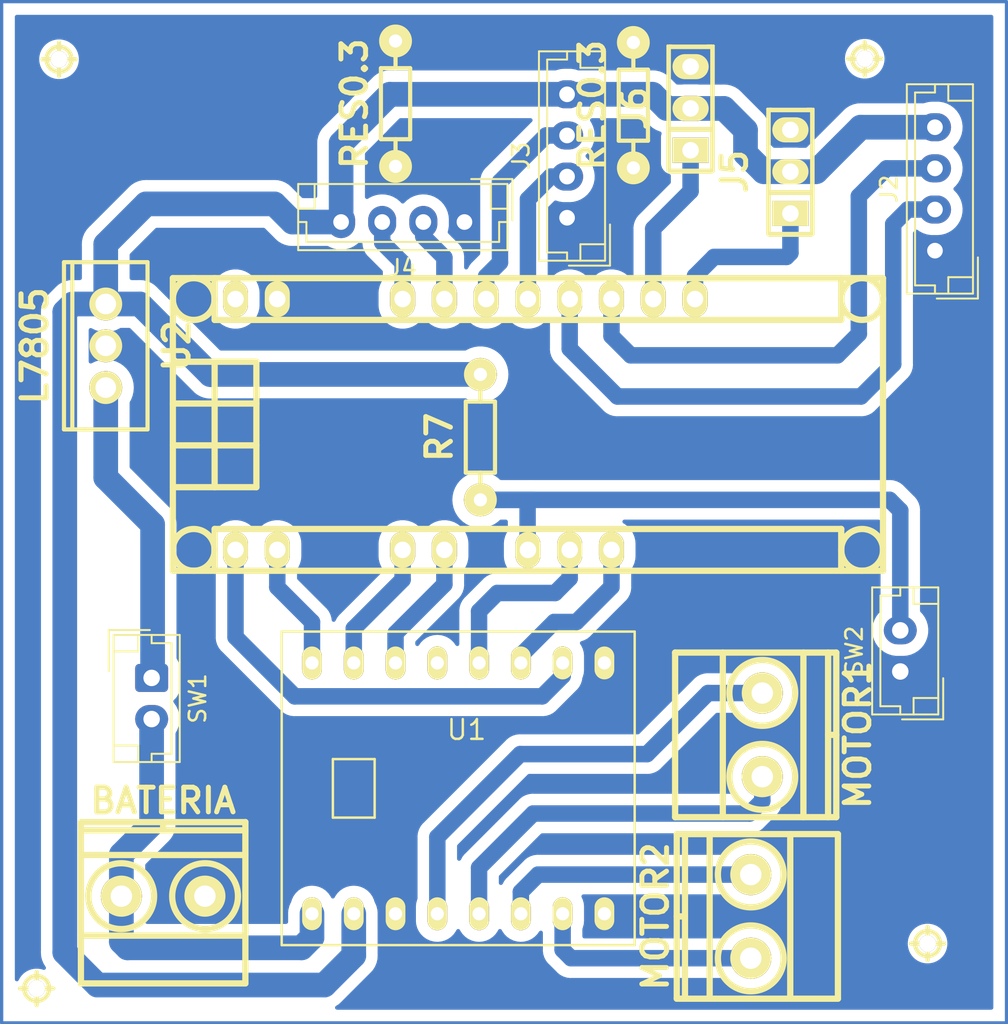
<source format=kicad_pcb>
(kicad_pcb (version 20221018) (generator pcbnew)
  (layers (0 "F.Cu" signal) (31 "B.Cu" signal) (34 "B.Paste" user) (35 "F.Paste" user) (36 "B.SilkS" user "B.Silkscreen") (37 "F.SilkS" user "F.Silkscreen") (38 "B.Mask" user) (39 "F.Mask" user) (44 "Edge.Cuts" user))
  (net 0 "")
  (net 1 "GND")
  (net 2 "+BATT")
  (net 3 "/A3")
  (net 4 "/A2")
  (net 5 "+5V")
  (net 6 "/A5")
  (net 7 "/A4")
  (net 8 "/A0")
  (net 9 "/A1")
  (net 10 "/A7")
  (net 11 "/A6")
  (net 12 "/PWMB")
  (net 13 "/PWMA")
  (net 14 "/AIN1")
  (net 15 "/AIN2")
  (net 16 "/START")
  (net 17 "/BIN1")
  (net 18 "/BIN2")
  (net 19 "VCC")
  (net 20 "/B1")
  (net 21 "/B2")
  (net 22 "/VM")
  (net 24 "/A1T")
  (net 25 "/A2T")
  (footprint "EESTN5:hole_1mm" (layer "F.Cu") (at 82.5 55.07)
    (fp_text reference "H1" hide)
    (fp_text value "Mounting_Hole" hide)
    (fp_line (start -1.016 0) (end 1.016 0) (stroke (width 0.254)) (layer "F.SilkS"))
    (fp_line (start 0 -1.016) (end 0 1.016) (stroke (width 0.254)) (layer "F.SilkS"))
    (fp_circle (center 0 0) (end 0.762 0) (stroke (width 0.254)) (fill none) (layer "F.SilkS"))
    (pad "1" thru_hole circle (at 0 0) (size 1.00076 1.00076) (drill 1.00076) (layers "*.Cu" "F.SilkS"))
  )
  (footprint "EESTN5:TO-220" (layer "F.Cu") (at 85.34 72.48 90)
    (fp_text reference "U2" (at 0 4.318 90) (layer "F.SilkS") (effects (font (size 1.524 1.524) (thickness 0.3048))))
    (fp_text value "L7805" (at 0 -4.318 90) (layer "F.SilkS") (effects (font (size 1.524 1.524) (thickness 0.3048))))
    (fp_line (start -5.08 -2.54) (end -5.08 -1.27) (stroke (width 0.254)) (layer "F.SilkS"))
    (fp_line (start -5.08 -2.032) (end 5.08 -2.032) (stroke (width 0.254)) (layer "F.SilkS"))
    (fp_line (start -5.08 -1.27) (end -5.08 2.54) (stroke (width 0.254)) (layer "F.SilkS"))
    (fp_line (start -5.08 2.54) (end 5.08 2.54) (stroke (width 0.254)) (layer "F.SilkS"))
    (fp_line (start 5.08 -2.54) (end -5.08 -2.54) (stroke (width 0.254)) (layer "F.SilkS"))
    (fp_line (start 5.08 2.54) (end 5.08 -2.54) (stroke (width 0.254)) (layer "F.SilkS"))
    (pad "1" thru_hole circle (at -2.54 0 90) (size 2 2) (drill 1.24968) (layers "*.Cu" "*.Mask" "F.SilkS") (net 22 "/VM"))
    (pad "2" thru_hole circle (at 0 0 90) (size 2 2) (drill 1.24968) (layers "*.Cu" "*.Mask" "F.SilkS") (net 1 "GND"))
    (pad "3" thru_hole circle (at 2.54 0 90) (size 2 2) (drill 1.24968) (layers "*.Cu" "*.Mask" "F.SilkS") (net 5 "+5V"))
  )
  (footprint "Connector_JST:JST_EH_B4B-EH-A_1x04_P2.50mm_Vertical" (layer "F.Cu") (at 113.39 64.7 90)
    (fp_text reference "J3" (at 3.75 -2.8 90) (layer "F.SilkS"))
    (fp_text value "Conn_01x04")
    (fp_line (start -2.91 0.11) (end -2.91 2.61) (stroke (width 0.12)) (layer "F.SilkS"))
    (fp_line (start -2.91 2.61) (end -0.41 2.61) (stroke (width 0.12)) (layer "F.SilkS"))
    (fp_line (start -2.61 -1.71) (end -2.61 2.31) (stroke (width 0.12)) (layer "F.SilkS"))
    (fp_line (start -2.61 0) (end -2.11 0) (stroke (width 0.12)) (layer "F.SilkS"))
    (fp_line (start -2.61 0.81) (end -1.61 0.81) (stroke (width 0.12)) (layer "F.SilkS"))
    (fp_line (start -2.61 2.31) (end 10.11 2.31) (stroke (width 0.12)) (layer "F.SilkS"))
    (fp_line (start -2.11 -1.21) (end 9.61 -1.21) (stroke (width 0.12)) (layer "F.SilkS"))
    (fp_line (start -2.11 0) (end -2.11 -1.21) (stroke (width 0.12)) (layer "F.SilkS"))
    (fp_line (start -1.61 0.81) (end -1.61 2.31) (stroke (width 0.12)) (layer "F.SilkS"))
    (fp_line (start 9.11 0.81) (end 9.11 2.31) (stroke (width 0.12)) (layer "F.SilkS"))
    (fp_line (start 9.61 -1.21) (end 9.61 0) (stroke (width 0.12)) (layer "F.SilkS"))
    (fp_line (start 9.61 0) (end 10.11 0) (stroke (width 0.12)) (layer "F.SilkS"))
    (fp_line (start 10.11 -1.71) (end -2.61 -1.71) (stroke (width 0.12)) (layer "F.SilkS"))
    (fp_line (start 10.11 0.81) (end 9.11 0.81) (stroke (width 0.12)) (layer "F.SilkS"))
    (fp_line (start 10.11 2.31) (end 10.11 -1.71) (stroke (width 0.12)) (layer "F.SilkS"))
    (pad "1" thru_hole roundrect (at 0 0 90) (size 1.7 1.95) (drill 0.95) (layers "*.Cu" "*.Mask") (roundrect_rratio 0.1470588235) (net 1 "GND"))
    (pad "2" thru_hole oval (at 2.5 0 90) (size 1.7 1.95) (drill 0.95) (layers "*.Cu" "*.Mask") (net 7 "/A4"))
    (pad "3" thru_hole oval (at 5 0 90) (size 1.7 1.95) (drill 0.95) (layers "*.Cu" "*.Mask") (net 6 "/A5"))
    (pad "4" thru_hole oval (at 7.5 0 90) (size 1.7 1.95) (drill 0.95) (layers "*.Cu" "*.Mask") (net 5 "+5V"))
  )
  (footprint "EESTN5:Pin_Header_3" (layer "F.Cu") (at 126.97 61.9 90)
    (fp_text reference "J5" (at 0 -3.4 90) (layer "F.SilkS") (effects (font (size 1.5 1.5) (thickness 0.3))))
    (fp_text value "CNY70" hide)
    (fp_line (start -3.81 -1.397) (end 3.81 -1.397) (stroke (width 0.15)) (layer "F.SilkS"))
    (fp_line (start -3.81 1.27) (end -3.81 -1.27) (stroke (width 0.3048)) (layer "F.SilkS"))
    (fp_line (start -1.27 -1.27) (end -1.27 1.27) (stroke (width 0.3048)) (layer "F.SilkS"))
    (fp_line (start 3.683 1.27) (end 3.683 -1.27) (stroke (width 0.15)) (layer "F.SilkS"))
    (fp_line (start 3.81 -1.397) (end 3.81 -1.143) (stroke (width 0.15)) (layer "F.SilkS"))
    (fp_line (start 3.81 -1.27) (end -3.81 -1.27) (stroke (width 0.15)) (layer "F.SilkS"))
    (fp_line (start 3.81 -1.27) (end 3.81 1.27) (stroke (width 0.15)) (layer "F.SilkS"))
    (fp_line (start 3.81 1.016) (end 3.81 1.397) (stroke (width 0.15)) (layer "F.SilkS"))
    (fp_line (start 3.81 1.27) (end -3.81 1.27) (stroke (width 0.15)) (layer "F.SilkS"))
    (fp_line (start 3.81 1.397) (end -3.81 1.397) (stroke (width 0.15)) (layer "F.SilkS"))
    (pad "1" thru_hole rect (at -2.54 0 90) (size 1.524 2.19964) (drill 1.00076) (layers "*.Cu" "*.Mask" "F.SilkS") (net 8 "/A0"))
    (pad "2" thru_hole oval (at 0 0 90) (size 1.524 2.19964) (drill 1.00076) (layers "*.Cu" "*.Mask" "F.SilkS") (net 5 "+5V"))
    (pad "3" thru_hole oval (at 2.54 0 90) (size 1.524 2.19964) (drill 1.00076) (layers "*.Cu" "*.Mask" "F.SilkS") (net 1 "GND"))
  )
  (footprint "Connector_JST:JST_EH_B4B-EH-A_1x04_P2.50mm_Vertical" (layer "F.Cu") (at 107.15 64.96 180)
    (fp_text reference "J4" (at 3.75 -2.8) (layer "F.SilkS"))
    (fp_text value "Conn_01x04")
    (fp_line (start -2.91 0.11) (end -2.91 2.61) (stroke (width 0.12)) (layer "F.SilkS"))
    (fp_line (start -2.91 2.61) (end -0.41 2.61) (stroke (width 0.12)) (layer "F.SilkS"))
    (fp_line (start -2.61 -1.71) (end -2.61 2.31) (stroke (width 0.12)) (layer "F.SilkS"))
    (fp_line (start -2.61 0) (end -2.11 0) (stroke (width 0.12)) (layer "F.SilkS"))
    (fp_line (start -2.61 0.81) (end -1.61 0.81) (stroke (width 0.12)) (layer "F.SilkS"))
    (fp_line (start -2.61 2.31) (end 10.11 2.31) (stroke (width 0.12)) (layer "F.SilkS"))
    (fp_line (start -2.11 -1.21) (end 9.61 -1.21) (stroke (width 0.12)) (layer "F.SilkS"))
    (fp_line (start -2.11 0) (end -2.11 -1.21) (stroke (width 0.12)) (layer "F.SilkS"))
    (fp_line (start -1.61 0.81) (end -1.61 2.31) (stroke (width 0.12)) (layer "F.SilkS"))
    (fp_line (start 9.11 0.81) (end 9.11 2.31) (stroke (width 0.12)) (layer "F.SilkS"))
    (fp_line (start 9.61 -1.21) (end 9.61 0) (stroke (width 0.12)) (layer "F.SilkS"))
    (fp_line (start 9.61 0) (end 10.11 0) (stroke (width 0.12)) (layer "F.SilkS"))
    (fp_line (start 10.11 -1.71) (end -2.61 -1.71) (stroke (width 0.12)) (layer "F.SilkS"))
    (fp_line (start 10.11 0.81) (end 9.11 0.81) (stroke (width 0.12)) (layer "F.SilkS"))
    (fp_line (start 10.11 2.31) (end 10.11 -1.71) (stroke (width 0.12)) (layer "F.SilkS"))
    (pad "1" thru_hole roundrect (at 0 0 180) (size 1.7 1.95) (drill 0.95) (layers "*.Cu" "*.Mask") (roundrect_rratio 0.1470588235) (net 1 "GND"))
    (pad "2" thru_hole oval (at 2.5 0 180) (size 1.7 1.95) (drill 0.95) (layers "*.Cu" "*.Mask") (net 11 "/A6"))
    (pad "3" thru_hole oval (at 5 0 180) (size 1.7 1.95) (drill 0.95) (layers "*.Cu" "*.Mask") (net 10 "/A7"))
    (pad "4" thru_hole oval (at 7.5 0 180) (size 1.7 1.95) (drill 0.95) (layers "*.Cu" "*.Mask") (net 5 "+5V"))
  )
  (footprint "EESTN5:hole_1mm" (layer "F.Cu") (at 135.31 108.8)
    (fp_text reference "H3" hide)
    (fp_text value "Mounting_Hole" hide)
    (fp_line (start -1.016 0) (end 1.016 0) (stroke (width 0.254)) (layer "F.SilkS"))
    (fp_line (start 0 -1.016) (end 0 1.016) (stroke (width 0.254)) (layer "F.SilkS"))
    (fp_circle (center 0 0) (end 0.762 0) (stroke (width 0.254)) (fill none) (layer "F.SilkS"))
    (pad "1" thru_hole circle (at 0 0) (size 1.00076 1.00076) (drill 1.00076) (layers "*.Cu" "F.SilkS"))
  )
  (footprint "EESTN5:BORNERA2" (layer "F.Cu") (at 124.56 107.15 -90)
    (fp_text reference "BORNERA3" hide)
    (fp_text value "MOTOR2" (at 0 5.8 90) (layer "F.SilkS") (effects (font (size 1.5 1.5) (thickness 0.3))))
    (fp_line (start -5 -5.3) (end -5 4.5) (stroke (width 0.381)) (layer "F.SilkS"))
    (fp_line (start -5 -2.4) (end 5 -2.4) (stroke (width 0.381)) (layer "F.SilkS"))
    (fp_line (start -5 2.5) (end 5 2.5) (stroke (width 0.381)) (layer "F.SilkS"))
    (fp_line (start -5 4) (end 5 4) (stroke (width 0.381)) (layer "F.SilkS"))
    (fp_line (start -5 4.5) (end 5 4.5) (stroke (width 0.381)) (layer "F.SilkS"))
    (fp_line (start 0 4) (end 0 4.5) (stroke (width 0.381)) (layer "F.SilkS"))
    (fp_line (start 5 -5.3) (end -5 -5.3) (stroke (width 0.381)) (layer "F.SilkS"))
    (fp_line (start 5 4.5) (end 5 -5.3) (stroke (width 0.381)) (layer "F.SilkS"))
    (fp_circle (center -2.55 0) (end -0.55 0) (stroke (width 0.381)) (fill none) (layer "F.SilkS"))
    (fp_circle (center 2.55 0) (end 0.55 0) (stroke (width 0.381)) (fill none) (layer "F.SilkS"))
    (pad "1" thru_hole circle (at -2.54 0 270) (size 2.5 2.5) (drill 1.3) (layers "*.Cu" "*.Mask" "F.SilkS") (net 20 "/B1"))
    (pad "2" thru_hole circle (at 2.54 0 270) (size 2.5 2.5) (drill 1.3) (layers "*.Cu" "*.Mask" "F.SilkS") (net 21 "/B2"))
  )
  (footprint "EESTN5:RES0.3" (layer "F.Cu") (at 102.96 57.77 90)
    (fp_text reference "RES0.3" (at 0 -2.5 90) (layer "F.SilkS") (effects (font (size 1.5 1.5) (thickness 0.3))))
    (fp_text value "R*" hide)
    (fp_line (start -2.159 -0.889) (end -2.159 0.889) (stroke (width 0.254)) (layer "F.SilkS"))
    (fp_line (start -2.159 0) (end -3.81 0) (stroke (width 0.254)) (layer "F.SilkS"))
    (fp_line (start -2.159 0.889) (end 2.159 0.889) (stroke (width 0.254)) (layer "F.SilkS"))
    (fp_line (start 2.159 -0.889) (end -2.159 -0.889) (stroke (width 0.254)) (layer "F.SilkS"))
    (fp_line (start 2.159 0) (end 3.81 0) (stroke (width 0.254)) (layer "F.SilkS"))
    (fp_line (start 2.159 0.889) (end 2.159 -0.889) (stroke (width 0.254)) (layer "F.SilkS"))
    (pad "1" thru_hole circle (at -3.81 0 90) (size 1.99898 1.99898) (drill 0.8001) (layers "*.Cu" "*.Mask" "F.SilkS") (net 1 "GND"))
    (pad "2" thru_hole circle (at 3.81 0 90) (size 1.99898 1.99898) (drill 0.8001) (layers "*.Cu" "*.Mask" "F.SilkS") (net 1 "GND"))
  )
  (footprint "Connector_JST:JST_EH_B4B-EH-A_1x04_P2.50mm_Vertical" (layer "F.Cu") (at 135.76 66.7 90)
    (fp_text reference "J2" (at 3.75 -2.8 90) (layer "F.SilkS"))
    (fp_text value "Conn_01x04")
    (fp_line (start -2.91 0.11) (end -2.91 2.61) (stroke (width 0.12)) (layer "F.SilkS"))
    (fp_line (start -2.91 2.61) (end -0.41 2.61) (stroke (width 0.12)) (layer "F.SilkS"))
    (fp_line (start -2.61 -1.71) (end -2.61 2.31) (stroke (width 0.12)) (layer "F.SilkS"))
    (fp_line (start -2.61 0) (end -2.11 0) (stroke (width 0.12)) (layer "F.SilkS"))
    (fp_line (start -2.61 0.81) (end -1.61 0.81) (stroke (width 0.12)) (layer "F.SilkS"))
    (fp_line (start -2.61 2.31) (end 10.11 2.31) (stroke (width 0.12)) (layer "F.SilkS"))
    (fp_line (start -2.11 -1.21) (end 9.61 -1.21) (stroke (width 0.12)) (layer "F.SilkS"))
    (fp_line (start -2.11 0) (end -2.11 -1.21) (stroke (width 0.12)) (layer "F.SilkS"))
    (fp_line (start -1.61 0.81) (end -1.61 2.31) (stroke (width 0.12)) (layer "F.SilkS"))
    (fp_line (start 9.11 0.81) (end 9.11 2.31) (stroke (width 0.12)) (layer "F.SilkS"))
    (fp_line (start 9.61 -1.21) (end 9.61 0) (stroke (width 0.12)) (layer "F.SilkS"))
    (fp_line (start 9.61 0) (end 10.11 0) (stroke (width 0.12)) (layer "F.SilkS"))
    (fp_line (start 10.11 -1.71) (end -2.61 -1.71) (stroke (width 0.12)) (layer "F.SilkS"))
    (fp_line (start 10.11 0.81) (end 9.11 0.81) (stroke (width 0.12)) (layer "F.SilkS"))
    (fp_line (start 10.11 2.31) (end 10.11 -1.71) (stroke (width 0.12)) (layer "F.SilkS"))
    (pad "1" thru_hole roundrect (at 0 0 90) (size 1.7 1.95) (drill 0.95) (layers "*.Cu" "*.Mask") (roundrect_rratio 0.1470588235) (net 1 "GND"))
    (pad "2" thru_hole oval (at 2.5 0 90) (size 1.7 1.95) (drill 0.95) (layers "*.Cu" "*.Mask") (net 3 "/A3"))
    (pad "3" thru_hole oval (at 5 0 90) (size 1.7 1.95) (drill 0.95) (layers "*.Cu" "*.Mask") (net 4 "/A2"))
    (pad "4" thru_hole oval (at 7.5 0 90) (size 1.7 1.95) (drill 0.95) (layers "*.Cu" "*.Mask") (net 5 "+5V"))
  )
  (footprint "EESTN5:BORNERA2" (layer "F.Cu") (at 88.83 105.92 180)
    (fp_text reference "BORNERA1" hide)
    (fp_text value "BATERIA" (at 0 5.8) (layer "F.SilkS") (effects (font (size 1.5 1.5) (thickness 0.3))))
    (fp_line (start -5 -5.3) (end -5 4.5) (stroke (width 0.381)) (layer "F.SilkS"))
    (fp_line (start -5 -2.4) (end 5 -2.4) (stroke (width 0.381)) (layer "F.SilkS"))
    (fp_line (start -5 2.5) (end 5 2.5) (stroke (width 0.381)) (layer "F.SilkS"))
    (fp_line (start -5 4) (end 5 4) (stroke (width 0.381)) (layer "F.SilkS"))
    (fp_line (start -5 4.5) (end 5 4.5) (stroke (width 0.381)) (layer "F.SilkS"))
    (fp_line (start 0 4) (end 0 4.5) (stroke (width 0.381)) (layer "F.SilkS"))
    (fp_line (start 5 -5.3) (end -5 -5.3) (stroke (width 0.381)) (layer "F.SilkS"))
    (fp_line (start 5 4.5) (end 5 -5.3) (stroke (width 0.381)) (layer "F.SilkS"))
    (fp_circle (center -2.55 0) (end -0.55 0) (stroke (width 0.381)) (fill none) (layer "F.SilkS"))
    (fp_circle (center 2.55 0) (end 0.55 0) (stroke (width 0.381)) (fill none) (layer "F.SilkS"))
    (pad "1" thru_hole circle (at -2.54 0 180) (size 2.5 2.5) (drill 1.3) (layers "*.Cu" "*.Mask" "F.SilkS") (net 1 "GND"))
    (pad "2" thru_hole circle (at 2.54 0 180) (size 2.5 2.5) (drill 1.3) (layers "*.Cu" "*.Mask" "F.SilkS") (net 2 "+BATT"))
  )
  (footprint "Connector_JST:JST_EH_B2B-EH-A_1x02_P2.50mm_Vertical" (layer "F.Cu") (at 133.65 92.27 90)
    (fp_text reference "SW2" (at 1.25 -2.8 90) (layer "F.SilkS"))
    (fp_text value "START")
    (fp_line (start -2.91 0.11) (end -2.91 2.61) (stroke (width 0.12)) (layer "F.SilkS"))
    (fp_line (start -2.91 2.61) (end -0.41 2.61) (stroke (width 0.12)) (layer "F.SilkS"))
    (fp_line (start -2.61 -1.71) (end -2.61 2.31) (stroke (width 0.12)) (layer "F.SilkS"))
    (fp_line (start -2.61 0) (end -2.11 0) (stroke (width 0.12)) (layer "F.SilkS"))
    (fp_line (start -2.61 0.81) (end -1.61 0.81) (stroke (width 0.12)) (layer "F.SilkS"))
    (fp_line (start -2.61 2.31) (end 5.11 2.31) (stroke (width 0.12)) (layer "F.SilkS"))
    (fp_line (start -2.11 -1.21) (end 4.61 -1.21) (stroke (width 0.12)) (layer "F.SilkS"))
    (fp_line (start -2.11 0) (end -2.11 -1.21) (stroke (width 0.12)) (layer "F.SilkS"))
    (fp_line (start -1.61 0.81) (end -1.61 2.31) (stroke (width 0.12)) (layer "F.SilkS"))
    (fp_line (start 4.11 0.81) (end 4.11 2.31) (stroke (width 0.12)) (layer "F.SilkS"))
    (fp_line (start 4.61 -1.21) (end 4.61 0) (stroke (width 0.12)) (layer "F.SilkS"))
    (fp_line (start 4.61 0) (end 5.11 0) (stroke (width 0.12)) (layer "F.SilkS"))
    (fp_line (start 5.11 -1.71) (end -2.61 -1.71) (stroke (width 0.12)) (layer "F.SilkS"))
    (fp_line (start 5.11 0.81) (end 4.11 0.81) (stroke (width 0.12)) (layer "F.SilkS"))
    (fp_line (start 5.11 2.31) (end 5.11 -1.71) (stroke (width 0.12)) (layer "F.SilkS"))
    (pad "1" thru_hole roundrect (at 0 0 90) (size 1.7 2) (drill 1) (layers "*.Cu" "*.Mask") (roundrect_rratio 0.1470588235) (net 1 "GND"))
    (pad "2" thru_hole oval (at 2.5 0 90) (size 1.7 2) (drill 1) (layers "*.Cu" "*.Mask") (net 16 "/START"))
  )
  (footprint "EESTN5:hole_1mm" (layer "F.Cu") (at 81.14 111.53)
    (fp_text reference "H2" hide)
    (fp_text value "Mounting_Hole" hide)
    (fp_line (start -1.016 0) (end 1.016 0) (stroke (width 0.254)) (layer "F.SilkS"))
    (fp_line (start 0 -1.016) (end 0 1.016) (stroke (width 0.254)) (layer "F.SilkS"))
    (fp_circle (center 0 0) (end 0.762 0) (stroke (width 0.254)) (fill none) (layer "F.SilkS"))
    (pad "1" thru_hole circle (at 0 0) (size 1.00076 1.00076) (drill 1.00076) (layers "*.Cu" "F.SilkS"))
  )
  (footprint "EESTN5:arduino_nano_header" (layer "F.Cu") (at 111.01 77.26)
    (fp_text reference "J1" hide)
    (fp_text value "Arduino_Nano_Header" hide)
    (fp_line (start -21.59 -3.81) (end -16.51 -3.81) (stroke (width 0.381)) (layer "F.SilkS"))
    (fp_line (start -21.59 8.89) (end -21.59 -8.89) (stroke (width 0.381)) (layer "F.SilkS"))
    (fp_line (start -21.59 8.89) (end 21.59 8.89) (stroke (width 0.381)) (layer "F.SilkS"))
    (fp_line (start -19.05 -8.89) (end -19.05 -6.35) (stroke (width 0.381)) (layer "F.SilkS"))
    (fp_line (start -19.05 -3.81) (end -19.05 3.81) (stroke (width 0.381)) (layer "F.SilkS"))
    (fp_line (start -19.05 6.35) (end 19.05 6.35) (stroke (width 0.381)) (layer "F.SilkS"))
    (fp_line (start -19.05 8.89) (end -19.05 6.35) (stroke (width 0.381)) (layer "F.SilkS"))
    (fp_line (start -16.51 -3.81) (end -16.51 3.81) (stroke (width 0.381)) (layer "F.SilkS"))
    (fp_line (start -16.51 -1.27) (end -21.59 -1.27) (stroke (width 0.381)) (layer "F.SilkS"))
    (fp_line (start -16.51 1.27) (end -21.59 1.27) (stroke (width 0.381)) (layer "F.SilkS"))
    (fp_line (start -16.51 3.81) (end -21.59 3.81) (stroke (width 0.381)) (layer "F.SilkS"))
    (fp_line (start 19.05 -6.35) (end -19.05 -6.35) (stroke (width 0.381)) (layer "F.SilkS"))
    (fp_line (start 19.05 -6.35) (end 19.05 -8.89) (stroke (width 0.381)) (layer "F.SilkS"))
    (fp_line (start 19.05 8.89) (end 19.05 6.35) (stroke (width 0.381)) (layer "F.SilkS"))
    (fp_line (start 21.59 -8.89) (end -21.59 -8.89) (stroke (width 0.381)) (layer "F.SilkS"))
    (fp_line (start 21.59 8.89) (end 21.59 -8.89) (stroke (width 0.381)) (layer "F.SilkS"))
    (fp_circle (center -20.32 -7.62) (end -21.59 -7.62) (stroke (width 0.381)) (fill none) (layer "F.SilkS"))
    (fp_circle (center -20.32 7.62) (end -21.59 7.62) (stroke (width 0.381)) (fill none) (layer "F.SilkS"))
    (fp_circle (center 20.32 -7.62) (end 21.59 -7.62) (stroke (width 0.381)) (fill none) (layer "F.SilkS"))
    (fp_circle (center 20.32 7.62) (end 21.59 7.62) (stroke (width 0.381)) (fill none) (layer "F.SilkS"))
    (pad "1" thru_hole oval (at -17.78 7.62) (size 1.524 2.19964) (drill 1.00076) (layers "*.Cu" "*.Mask" "F.SilkS") (net 12 "/PWMB"))
    (pad "2" thru_hole oval (at -15.24 7.62) (size 1.524 2.19964) (drill 1.00076) (layers "*.Cu" "*.Mask" "F.SilkS") (net 13 "/PWMA"))
    (pad "5" thru_hole oval (at -7.62 7.62) (size 1.524 2.19964) (drill 1.00076) (layers "*.Cu" "*.Mask" "F.SilkS") (net 15 "/AIN2"))
    (pad "6" thru_hole oval (at -5.08 7.62) (size 1.524 2.19964) (drill 1.00076) (layers "*.Cu" "*.Mask" "F.SilkS") (net 14 "/AIN1"))
    (pad "8" thru_hole oval (at 0 7.62) (size 1.524 2.19964) (drill 1.00076) (layers "*.Cu" "*.Mask" "F.SilkS") (net 16 "/START"))
    (pad "9" thru_hole oval (at 2.54 7.62) (size 1.524 2.19964) (drill 1.00076) (layers "*.Cu" "*.Mask" "F.SilkS") (net 17 "/BIN1"))
    (pad "10" thru_hole oval (at 5.08 7.62) (size 1.524 2.19964) (drill 1.00076) (layers "*.Cu" "*.Mask" "F.SilkS") (net 18 "/BIN2"))
    (pad "19" thru_hole oval (at 10.16 -7.62) (size 1.524 2.19964) (drill 1.00076) (layers "*.Cu" "*.Mask" "F.SilkS") (net 8 "/A0"))
    (pad "20" thru_hole oval (at 7.62 -7.62) (size 1.524 2.1971) (drill 1.00076) (layers "*.Cu" "*.Mask" "F.SilkS") (net 9 "/A1"))
    (pad "21" thru_hole oval (at 5.08 -7.62) (size 1.524 2.1971) (drill 1.00076) (layers "*.Cu" "*.Mask" "F.SilkS") (net 4 "/A2"))
    (pad "22" thru_hole oval (at 2.54 -7.62) (size 1.524 2.1971) (drill 1.00076) (layers "*.Cu" "*.Mask" "F.SilkS") (net 3 "/A3"))
    (pad "23" thru_hole oval (at 0 -7.62) (size 1.524 2.1971) (drill 1.00076) (layers "*.Cu" "*.Mask" "F.SilkS") (net 7 "/A4"))
    (pad "24" thru_hole oval (at -2.54 -7.62) (size 1.524 2.1971) (drill 0.99822) (layers "*.Cu" "*.Mask" "F.SilkS") (net 6 "/A5"))
    (pad "25" thru_hole oval (at -5.08 -7.62) (size 1.524 2.1971) (drill 0.99822) (layers "*.Cu" "*.Mask" "F.SilkS") (net 11 "/A6"))
    (pad "26" thru_hole oval (at -7.62 -7.62) (size 1.524 2.1971) (drill 0.99822) (layers "*.Cu" "*.Mask" "F.SilkS") (net 10 "/A7"))
    (pad "29" thru_hole oval (at -15.24 -7.62) (size 1.524 2.1971) (drill 0.99822) (layers "*.Cu" "*.Mask" "F.SilkS") (net 1 "GND"))
    (pad "30" thru_hole oval (at -17.78 -7.62) (size 1.524 2.1971) (drill 0.99822) (layers "*.Cu" "*.Mask" "F.SilkS") (net 19 "VCC"))
  )
  (footprint "Connector_JST:JST_EH_B2B-EH-A_1x02_P2.50mm_Vertical" (layer "F.Cu") (at 88.13 92.66 -90)
    (fp_text reference "SW1" (at 1.25 -2.8 90) (layer "F.SilkS"))
    (fp_text value "SW_SPDT")
    (fp_line (start -2.91 0.11) (end -2.91 2.61) (stroke (width 0.12)) (layer "F.SilkS"))
    (fp_line (start -2.91 2.61) (end -0.41 2.61) (stroke (width 0.12)) (layer "F.SilkS"))
    (fp_line (start -2.61 -1.71) (end -2.61 2.31) (stroke (width 0.12)) (layer "F.SilkS"))
    (fp_line (start -2.61 0) (end -2.11 0) (stroke (width 0.12)) (layer "F.SilkS"))
    (fp_line (start -2.61 0.81) (end -1.61 0.81) (stroke (width 0.12)) (layer "F.SilkS"))
    (fp_line (start -2.61 2.31) (end 5.11 2.31) (stroke (width 0.12)) (layer "F.SilkS"))
    (fp_line (start -2.11 -1.21) (end 4.61 -1.21) (stroke (width 0.12)) (layer "F.SilkS"))
    (fp_line (start -2.11 0) (end -2.11 -1.21) (stroke (width 0.12)) (layer "F.SilkS"))
    (fp_line (start -1.61 0.81) (end -1.61 2.31) (stroke (width 0.12)) (layer "F.SilkS"))
    (fp_line (start 4.11 0.81) (end 4.11 2.31) (stroke (width 0.12)) (layer "F.SilkS"))
    (fp_line (start 4.61 -1.21) (end 4.61 0) (stroke (width 0.12)) (layer "F.SilkS"))
    (fp_line (start 4.61 0) (end 5.11 0) (stroke (width 0.12)) (layer "F.SilkS"))
    (fp_line (start 5.11 -1.71) (end -2.61 -1.71) (stroke (width 0.12)) (layer "F.SilkS"))
    (fp_line (start 5.11 0.81) (end 4.11 0.81) (stroke (width 0.12)) (layer "F.SilkS"))
    (fp_line (start 5.11 2.31) (end 5.11 -1.71) (stroke (width 0.12)) (layer "F.SilkS"))
    (pad "1" thru_hole roundrect (at 0 0 270) (size 1.7 2) (drill 1) (layers "*.Cu" "*.Mask") (roundrect_rratio 0.1470588235) (net 22 "/VM"))
    (pad "2" thru_hole oval (at 2.5 0 270) (size 1.7 2) (drill 1) (layers "*.Cu" "*.Mask") (net 2 "+BATT"))
  )
  (footprint "EESTN5:hole_1mm" (layer "F.Cu") (at 131.49 55.04)
    (fp_text reference "H4" hide)
    (fp_text value "Mounting_Hole" hide)
    (fp_line (start -1.016 0) (end 1.016 0) (stroke (width 0.254)) (layer "F.SilkS"))
    (fp_line (start 0 -1.016) (end 0 1.016) (stroke (width 0.254)) (layer "F.SilkS"))
    (fp_circle (center 0 0) (end 0.762 0) (stroke (width 0.254)) (fill none) (layer "F.SilkS"))
    (pad "1" thru_hole circle (at 0 0) (size 1.00076 1.00076) (drill 1.00076) (layers "*.Cu" "F.SilkS"))
  )
  (footprint "EESTN5:Pin_Header_3" (layer "F.Cu") (at 120.9 58.06 90)
    (fp_text reference "J6" (at 0 -3.4 90) (layer "F.SilkS") (effects (font (size 1.5 1.5) (thickness 0.3))))
    (fp_text value "CNY70" hide)
    (fp_line (start -3.81 -1.397) (end 3.81 -1.397) (stroke (width 0.15)) (layer "F.SilkS"))
    (fp_line (start -3.81 1.27) (end -3.81 -1.27) (stroke (width 0.3048)) (layer "F.SilkS"))
    (fp_line (start -1.27 -1.27) (end -1.27 1.27) (stroke (width 0.3048)) (layer "F.SilkS"))
    (fp_line (start 3.683 1.27) (end 3.683 -1.27) (stroke (width 0.15)) (layer "F.SilkS"))
    (fp_line (start 3.81 -1.397) (end 3.81 -1.143) (stroke (width 0.15)) (layer "F.SilkS"))
    (fp_line (start 3.81 -1.27) (end -3.81 -1.27) (stroke (width 0.15)) (layer "F.SilkS"))
    (fp_line (start 3.81 -1.27) (end 3.81 1.27) (stroke (width 0.15)) (layer "F.SilkS"))
    (fp_line (start 3.81 1.016) (end 3.81 1.397) (stroke (width 0.15)) (layer "F.SilkS"))
    (fp_line (start 3.81 1.27) (end -3.81 1.27) (stroke (width 0.15)) (layer "F.SilkS"))
    (fp_line (start 3.81 1.397) (end -3.81 1.397) (stroke (width 0.15)) (layer "F.SilkS"))
    (pad "1" thru_hole rect (at -2.54 0 90) (size 1.524 2.19964) (drill 1.00076) (layers "*.Cu" "*.Mask" "F.SilkS") (net 9 "/A1"))
    (pad "2" thru_hole oval (at 0 0 90) (size 1.524 2.19964) (drill 1.00076) (layers "*.Cu" "*.Mask" "F.SilkS") (net 5 "+5V"))
    (pad "3" thru_hole oval (at 2.54 0 90) (size 1.524 2.19964) (drill 1.00076) (layers "*.Cu" "*.Mask" "F.SilkS") (net 1 "GND"))
  )
  (footprint "EESTN5:RES0.3" (layer "F.Cu") (at 117.42 57.86 90)
    (fp_text reference "RES0.3" (at 0 -2.5 90) (layer "F.SilkS") (effects (font (size 1.5 1.5) (thickness 0.3))))
    (fp_text value "R*" hide)
    (fp_line (start -2.159 -0.889) (end -2.159 0.889) (stroke (width 0.254)) (layer "F.SilkS"))
    (fp_line (start -2.159 0) (end -3.81 0) (stroke (width 0.254)) (layer "F.SilkS"))
    (fp_line (start -2.159 0.889) (end 2.159 0.889) (stroke (width 0.254)) (layer "F.SilkS"))
    (fp_line (start 2.159 -0.889) (end -2.159 -0.889) (stroke (width 0.254)) (layer "F.SilkS"))
    (fp_line (start 2.159 0) (end 3.81 0) (stroke (width 0.254)) (layer "F.SilkS"))
    (fp_line (start 2.159 0.889) (end 2.159 -0.889) (stroke (width 0.254)) (layer "F.SilkS"))
    (pad "1" thru_hole circle (at -3.81 0 90) (size 1.99898 1.99898) (drill 0.8001) (layers "*.Cu" "*.Mask" "F.SilkS") (net 1 "GND"))
    (pad "2" thru_hole circle (at 3.81 0 90) (size 1.99898 1.99898) (drill 0.8001) (layers "*.Cu" "*.Mask" "F.SilkS") (net 1 "GND"))
  )
  (footprint "EESTN5:RES0.3" (layer "F.Cu") (at 108.12 78.03 90)
    (fp_text reference "R7" (at 0 -2.5 90) (layer "F.SilkS") (effects (font (size 1.5 1.5) (thickness 0.3))))
    (fp_text value "10K" hide)
    (fp_line (start -2.159 -0.889) (end -2.159 0.889) (stroke (width 0.254)) (layer "F.SilkS"))
    (fp_line (start -2.159 0) (end -3.81 0) (stroke (width 0.254)) (layer "F.SilkS"))
    (fp_line (start -2.159 0.889) (end 2.159 0.889) (stroke (width 0.254)) (layer "F.SilkS"))
    (fp_line (start 2.159 -0.889) (end -2.159 -0.889) (stroke (width 0.254)) (layer "F.SilkS"))
    (fp_line (start 2.159 0) (end 3.81 0) (stroke (width 0.254)) (layer "F.SilkS"))
    (fp_line (start 2.159 0.889) (end 2.159 -0.889) (stroke (width 0.254)) (layer "F.SilkS"))
    (pad "1" thru_hole circle (at -3.81 0 90) (size 1.99898 1.99898) (drill 0.8001) (layers "*.Cu" "*.Mask" "F.SilkS") (net 16 "/START"))
    (pad "2" thru_hole circle (at 3.81 0 90) (size 1.99898 1.99898) (drill 0.8001) (layers "*.Cu" "*.Mask" "F.SilkS") (net 5 "+5V"))
  )
  (footprint "EESTN5:TB6612_Breakout" (layer "F.Cu") (at 106.77 99.37)
    (fp_text reference "U1" (at 0.508 -3.556 180) (layer "F.SilkS") (effects (font (size 1.2 1.2))))
    (fp_text value "TB6612_BREAKOUT")
    (fp_line (start -10.7315 9.525) (end -10.7315 -9.525) (stroke (width 0.15)) (layer "F.SilkS"))
    (fp_line (start -10.7315 9.525) (end 10.7315 9.525) (stroke (width 0.15)) (layer "F.SilkS"))
    (fp_line (start -7.62 -1.778) (end -5.08 -1.778) (stroke (width 0.15)) (layer "F.SilkS"))
    (fp_line (start -7.62 1.778) (end -7.62 -1.778) (stroke (width 0.15)) (layer "F.SilkS"))
    (fp_line (start -7.62 1.778) (end -5.08 1.778) (stroke (width 0.15)) (layer "F.SilkS"))
    (fp_line (start -5.08 -1.778) (end -5.08 1.778) (stroke (width 0.15)) (layer "F.SilkS"))
    (fp_line (start 10.7315 -9.525) (end -10.7315 -9.525) (stroke (width 0.15)) (layer "F.SilkS"))
    (fp_line (start 10.7315 -9.525) (end 10.7315 9.525) (stroke (width 0.15)) (layer "F.SilkS"))
    (pad "1" thru_hole oval (at -8.89 7.62) (size 1.2 2) (drill 0.8) (layers "*.Cu" "*.Mask" "F.SilkS") (net 2 "+BATT"))
    (pad "2" thru_hole oval (at -6.35 7.62) (size 1.2 2) (drill 0.8) (layers "*.Cu" "*.Mask" "F.SilkS") (net 5 "+5V"))
    (pad "3" thru_hole oval (at -3.81 7.62) (size 1.2 2) (drill 0.8) (layers "*.Cu" "*.Mask" "F.SilkS") (net 1 "GND"))
    (pad "4" thru_hole oval (at -1.27 7.62) (size 1.2 2) (drill 0.8) (layers "*.Cu" "*.Mask" "F.SilkS") (net 24 "/A1T"))
    (pad "5" thru_hole oval (at 1.27 7.62) (size 1.2 2) (drill 0.8) (layers "*.Cu" "*.Mask" "F.SilkS") (net 25 "/A2T"))
    (pad "6" thru_hole oval (at 3.81 7.62) (size 1.2 2) (drill 0.8) (layers "*.Cu" "*.Mask" "F.SilkS") (net 20 "/B1"))
    (pad "7" thru_hole oval (at 6.35 7.62) (size 1.2 2) (drill 0.8) (layers "*.Cu" "*.Mask" "F.SilkS") (net 21 "/B2"))
    (pad "8" thru_hole oval (at 8.89 7.62) (size 1.2 2) (drill 0.8) (layers "*.Cu" "*.Mask" "F.SilkS") (net 1 "GND"))
    (pad "9" thru_hole oval (at 8.89 -7.62) (size 1.2 2) (drill 0.8) (layers "*.Cu" "*.Mask" "F.SilkS") (net 1 "GND"))
    (pad "10" thru_hole oval (at 6.35 -7.62) (size 1.2 2) (drill 0.8) (layers "*.Cu" "*.Mask" "F.SilkS") (net 12 "/PWMB"))
    (pad "11" thru_hole oval (at 3.81 -7.62) (size 1.2 2) (drill 0.8) (layers "*.Cu" "*.Mask" "F.SilkS") (net 18 "/BIN2"))
    (pad "12" thru_hole oval (at 1.27 -7.62) (size 1.2 2) (drill 0.8) (layers "*.Cu" "*.Mask" "F.SilkS") (net 17 "/BIN1"))
    (pad "13" thru_hole oval (at -1.27 -7.62) (size 1.2 2) (drill 0.8) (layers "*.Cu" "*.Mask" "F.SilkS"))
    (pad "14" thru_hole oval (at -3.81 -7.62) (size 1.2 2) (drill 0.8) (layers "*.Cu" "*.Mask" "F.SilkS") (net 14 "/AIN1"))
    (pad "15" thru_hole oval (at -6.35 -7.62) (size 1.2 2) (drill 0.8) (layers "*.Cu" "*.Mask" "F.SilkS") (net 15 "/AIN2"))
    (pad "16" thru_hole oval (at -8.89 -7.62) (size 1.2 2) (drill 0.8) (layers "*.Cu" "*.Mask" "F.SilkS") (net 13 "/PWMA"))
  )
  (footprint "EESTN5:BORNERA2" (layer "F.Cu") (at 125.26 96.12 90)
    (fp_text reference "BORNERA2" hide)
    (fp_text value "MOTOR1" (at 0 5.8 90) (layer "F.SilkS") (effects (font (size 1.5 1.5) (thickness 0.3))))
    (fp_line (start -5 -5.3) (end -5 4.5) (stroke (width 0.381)) (layer "F.SilkS"))
    (fp_line (start -5 -2.4) (end 5 -2.4) (stroke (width 0.381)) (layer "F.SilkS"))
    (fp_line (start -5 2.5) (end 5 2.5) (stroke (width 0.381)) (layer "F.SilkS"))
    (fp_line (start -5 4) (end 5 4) (stroke (width 0.381)) (layer "F.SilkS"))
    (fp_line (start -5 4.5) (end 5 4.5) (stroke (width 0.381)) (layer "F.SilkS"))
    (fp_line (start 0 4) (end 0 4.5) (stroke (width 0.381)) (layer "F.SilkS"))
    (fp_line (start 5 -5.3) (end -5 -5.3) (stroke (width 0.381)) (layer "F.SilkS"))
    (fp_line (start 5 4.5) (end 5 -5.3) (stroke (width 0.381)) (layer "F.SilkS"))
    (fp_circle (center -2.55 0) (end -0.55 0) (stroke (width 0.381)) (fill none) (layer "F.SilkS"))
    (fp_circle (center 2.55 0) (end 0.55 0) (stroke (width 0.381)) (fill none) (layer "F.SilkS"))
    (pad "1" thru_hole circle (at -2.54 0 90) (size 2.5 2.5) (drill 1.3) (layers "*.Cu" "*.Mask" "F.SilkS") (net 25 "/A2T"))
    (pad "2" thru_hole circle (at 2.54 0 90) (size 2.5 2.5) (drill 1.3) (layers "*.Cu" "*.Mask" "F.SilkS") (net 24 "/A1T"))
  )
  (gr_rect (start 79.01 51.57) (end 140.11 113.62) (stroke (width 0.2)) (fill none) (layer "B.Cu"))
  (segment (start 86.66 109.06) (end 97.25 109.06) (width 1.5) (layer "B.Cu") (net 2))
  (segment (start 86.29 103.39) (end 88.13 101.55) (width 1.5) (layer "B.Cu") (net 2))
  (segment (start 86.29 105.92) (end 86.29 108.69) (width 1.5) (layer "B.Cu") (net 2))
  (segment (start 88.13 101.55) (end 88.13 95.16) (width 1.5) (layer "B.Cu") (net 2))
  (segment (start 97.88 108.43) (end 97.88 106.99) (width 1.5) (layer "B.Cu") (net 2))
  (segment (start 97.25 109.06) (end 97.88 108.43) (width 1.5) (layer "B.Cu") (net 2))
  (segment (start 86.29 105.92) (end 86.29 103.39) (width 1.5) (layer "B.Cu") (net 2))
  (segment (start 86.29 108.69) (end 86.66 109.06) (width 1.5) (layer "B.Cu") (net 2))
  (segment (start 134.11 64.2) (end 135.76 64.2) (width 1) (layer "B.Cu") (net 3))
  (segment (start 113.55 69.64) (end 113.55 72.66) (width 1) (layer "B.Cu") (net 3))
  (segment (start 133.22 65.09) (end 134.11 64.2) (width 1) (layer "B.Cu") (net 3))
  (segment (start 116.45 75.56) (end 131.26 75.56) (width 1) (layer "B.Cu") (net 3))
  (segment (start 131.26 75.56) (end 133.22 73.6) (width 1) (layer "B.Cu") (net 3))
  (segment (start 133.22 73.6) (end 133.22 65.09) (width 1) (layer "B.Cu") (net 3))
  (segment (start 113.55 72.66) (end 116.45 75.56) (width 1) (layer "B.Cu") (net 3))
  (segment (start 129.83 73.06) (end 131.13 71.76) (width 1) (layer "B.Cu") (net 4))
  (segment (start 131.13 63.39) (end 132.82 61.7) (width 1) (layer "B.Cu") (net 4))
  (segment (start 117.26 73.06) (end 129.83 73.06) (width 1) (layer "B.Cu") (net 4))
  (segment (start 131.13 71.76) (end 131.13 63.39) (width 1) (layer "B.Cu") (net 4))
  (segment (start 116.09 69.64) (end 116.09 71.89) (width 1) (layer "B.Cu") (net 4))
  (segment (start 132.82 61.7) (end 135.76 61.7) (width 1) (layer "B.Cu") (net 4))
  (segment (start 116.09 71.89) (end 117.26 73.06) (width 1) (layer "B.Cu") (net 4))
  (segment (start 84.83 111.32) (end 98.63 111.32) (width 1.5) (layer "B.Cu") (net 5))
  (segment (start 128.54 61.9) (end 131.24 59.2) (width 1.5) (layer "B.Cu") (net 5))
  (segment (start 125.34 61.9) (end 126.97 61.9) (width 1.5) (layer "B.Cu") (net 5))
  (segment (start 98.63 111.32) (end 100.42 109.53) (width 1.5) (layer "B.Cu") (net 5))
  (segment (start 83.33 69.94) (end 82.85 70.42) (width 1.5) (layer "B.Cu") (net 5))
  (segment (start 91.7 74.23) (end 91.71 74.22) (width 1.5) (layer "B.Cu") (net 5))
  (segment (start 99.65 60.18) (end 99.65 64.96) (width 1.5) (layer "B.Cu") (net 5))
  (segment (start 122.93 58.06) (end 124.24 59.37) (width 1.5) (layer "B.Cu") (net 5))
  (segment (start 96.69 64.96) (end 99.65 64.96) (width 1.5) (layer "B.Cu") (net 5))
  (segment (start 124.24 60.8) (end 125.34 61.9) (width 1.5) (layer "B.Cu") (net 5))
  (segment (start 120.9 58.06) (end 122.93 58.06) (width 1.5) (layer "B.Cu") (net 5))
  (segment (start 131.24 59.2) (end 135.76 59.2) (width 1.5) (layer "B.Cu") (net 5))
  (segment (start 82.85 109.34) (end 84.83 111.32) (width 1.5) (layer "B.Cu") (net 5))
  (segment (start 113.39 57.2) (end 118.59 57.2) (width 1.5) (layer "B.Cu") (net 5))
  (segment (start 100.42 109.53) (end 100.42 106.99) (width 1.5) (layer "B.Cu") (net 5))
  (segment (start 85.34 69.94) (end 85.34 66.31) (width 1.5) (layer "B.Cu") (net 5))
  (segment (start 113.39 57.2) (end 102.61 57.2) (width 1.5) (layer "B.Cu") (net 5))
  (segment (start 87.41 69.94) (end 85.34 69.94) (width 1.5) (layer "B.Cu") (net 5))
  (segment (start 85.34 69.94) (end 83.33 69.94) (width 1.5) (layer "B.Cu") (net 5))
  (segment (start 87.79 63.86) (end 95.59 63.86) (width 1.5) (layer "B.Cu") (net 5))
  (segment (start 101.38 58.43) (end 101.38 58.45) (width 1.5) (layer "B.Cu") (net 5))
  (segment (start 85.34 66.31) (end 87.79 63.86) (width 1.5) (layer "B.Cu") (net 5))
  (segment (start 91.7 74.23) (end 87.41 69.94) (width 1.5) (layer "B.Cu") (net 5))
  (segment (start 126.97 61.9) (end 128.54 61.9) (width 1.5) (layer "B.Cu") (net 5))
  (segment (start 82.85 70.42) (end 82.85 109.34) (width 1.5) (layer "B.Cu") (net 5))
  (segment (start 118.59 57.2) (end 119.45 58.06) (width 1.5) (layer "B.Cu") (net 5))
  (segment (start 119.45 58.06) (end 120.9 58.06) (width 1.5) (layer "B.Cu") (net 5))
  (segment (start 95.59 63.86) (end 96.69 64.96) (width 1.5) (layer "B.Cu") (net 5))
  (segment (start 101.38 58.45) (end 99.65 60.18) (width 1.5) (layer "B.Cu") (net 5))
  (segment (start 124.24 59.37) (end 124.24 60.8) (width 1.5) (layer "B.Cu") (net 5))
  (segment (start 91.71 74.22) (end 108.12 74.22) (width 1.5) (layer "B.Cu") (net 5))
  (segment (start 102.61 57.2) (end 101.38 58.43) (width 1.5) (layer "B.Cu") (net 5))
  (segment (start 112.12 59.7) (end 109.31 62.51) (width 1) (layer "B.Cu") (net 6))
  (segment (start 108.47 68.26) (end 108.47 69.64) (width 1) (layer "B.Cu") (net 6))
  (segment (start 109.31 67.42) (end 108.47 68.26) (width 1) (layer "B.Cu") (net 6))
  (segment (start 109.31 62.51) (end 109.31 67.42) (width 1) (layer "B.Cu") (net 6))
  (segment (start 113.39 59.7) (end 112.12 59.7) (width 1) (layer "B.Cu") (net 6))
  (segment (start 111.01 63.58) (end 111.01 69.64) (width 1) (layer "B.Cu") (net 7))
  (segment (start 112.39 62.2) (end 111.01 63.58) (width 1) (layer "B.Cu") (net 7))
  (segment (start 113.39 62.2) (end 112.39 62.2) (width 1) (layer "B.Cu") (net 7))
  (segment (start 122.33 67.08) (end 126.73 67.08) (width 1) (layer "B.Cu") (net 8))
  (segment (start 121.17 68.24) (end 122.33 67.08) (width 1) (layer "B.Cu") (net 8))
  (segment (start 126.97 66.84) (end 126.97 64.44) (width 1) (layer "B.Cu") (net 8))
  (segment (start 121.17 69.64) (end 121.17 68.24) (width 1) (layer "B.Cu") (net 8))
  (segment (start 126.73 67.08) (end 126.97 66.84) (width 1) (layer "B.Cu") (net 8))
  (segment (start 120.9 63.09) (end 118.63 65.36) (width 1) (layer "B.Cu") (net 9))
  (segment (start 118.63 65.36) (end 118.63 69.64) (width 1) (layer "B.Cu") (net 9))
  (segment (start 120.9 60.6) (end 120.9 63.09) (width 1) (layer "B.Cu") (net 9))
  (segment (start 103.39 67.44) (end 103.39 69.64) (width 1) (layer "B.Cu") (net 10))
  (segment (start 102.15 64.96) (end 102.15 66.2) (width 1) (layer "B.Cu") (net 10))
  (segment (start 102.15 66.2) (end 103.39 67.44) (width 1) (layer "B.Cu") (net 10))
  (segment (start 105.93 67.12) (end 105.93 69.64) (width 1) (layer "B.Cu") (net 11))
  (segment (start 104.65 64.96) (end 104.65 65.84) (width 1) (layer "B.Cu") (net 11))
  (segment (start 104.65 65.84) (end 105.93 67.12) (width 1) (layer "B.Cu") (net 11))
  (segment (start 93.23 90.18) (end 93.23 84.88) (width 1) (layer "B.Cu") (net 12))
  (segment (start 111.88 93.78) (end 96.83 93.78) (width 1) (layer "B.Cu") (net 12))
  (segment (start 96.83 93.78) (end 93.23 90.18) (width 1) (layer "B.Cu") (net 12))
  (segment (start 113.12 92.54) (end 111.88 93.78) (width 1) (layer "B.Cu") (net 12))
  (segment (start 113.12 91.75) (end 113.12 92.54) (width 1) (layer "B.Cu") (net 12))
  (segment (start 97.88 89.26) (end 95.77 87.15) (width 1) (layer "B.Cu") (net 13))
  (segment (start 97.88 91.75) (end 97.88 89.26) (width 1) (layer "B.Cu") (net 13))
  (segment (start 95.77 87.15) (end 95.77 84.88) (width 1) (layer "B.Cu") (net 13))
  (segment (start 105.93 86.98) (end 105.93 84.88) (width 1) (layer "B.Cu") (net 14))
  (segment (start 102.96 89.95) (end 105.93 86.98) (width 1) (layer "B.Cu") (net 14))
  (segment (start 102.96 91.75) (end 102.96 89.95) (width 1) (layer "B.Cu") (net 14))
  (segment (start 100.42 89.66) (end 103.39 86.69) (width 1) (layer "B.Cu") (net 15))
  (segment (start 103.39 86.69) (end 103.39 84.88) (width 1) (layer "B.Cu") (net 15))
  (segment (start 100.42 91.75) (end 100.42 89.66) (width 1) (layer "B.Cu") (net 15))
  (segment (start 111.06 84.83) (end 111.01 84.88) (width 1) (layer "B.Cu") (net 16))
  (segment (start 133.65 82.49) (end 133.65 89.77) (width 1) (layer "B.Cu") (net 16))
  (segment (start 110.99 84.86) (end 110.99 82.08) (width 1) (layer "B.Cu") (net 16))
  (segment (start 133 81.84) (end 133.65 82.49) (width 1) (layer "B.Cu") (net 16))
  (segment (start 111.23 81.84) (end 108.12 81.84) (width 1) (layer "B.Cu") (net 16))
  (segment (start 108.12 81.84) (end 133 81.84) (width 1) (layer "B.Cu") (net 16))
  (segment (start 111.01 84.88) (end 110.99 84.86) (width 1) (layer "B.Cu") (net 16))
  (segment (start 110.99 82.08) (end 111.23 81.84) (width 1) (layer "B.Cu") (net 16))
  (segment (start 109.15 87.5) (end 112.66 87.5) (width 1) (layer "B.Cu") (net 17))
  (segment (start 108.04 91.75) (end 108.04 88.61) (width 1) (layer "B.Cu") (net 17))
  (segment (start 108.04 88.61) (end 109.15 87.5) (width 1) (layer "B.Cu") (net 17))
  (segment (start 113.55 86.61) (end 113.55 84.88) (width 1) (layer "B.Cu") (net 17))
  (segment (start 112.66 87.5) (end 113.55 86.61) (width 1) (layer "B.Cu") (net 17))
  (segment (start 110.58 91.29) (end 112.61 89.26) (width 1) (layer "B.Cu") (net 18))
  (segment (start 116.09 87.13) (end 116.09 84.88) (width 1) (layer "B.Cu") (net 18))
  (segment (start 112.61 89.26) (end 113.96 89.26) (width 1) (layer "B.Cu") (net 18))
  (segment (start 113.96 89.26) (end 116.09 87.13) (width 1) (layer "B.Cu") (net 18))
  (segment (start 110.58 91.75) (end 110.58 91.29) (width 1) (layer "B.Cu") (net 18))
  (segment (start 110.58 105.66) (end 110.58 106.99) (width 1) (layer "B.Cu") (net 20))
  (segment (start 124.56 104.61) (end 111.63 104.61) (width 1) (layer "B.Cu") (net 20))
  (segment (start 111.63 104.61) (end 110.58 105.66) (width 1) (layer "B.Cu") (net 20))
  (segment (start 124.56 109.69) (end 113.63 109.69) (width 1) (layer "B.Cu") (net 21))
  (segment (start 113.12 109.18) (end 113.12 106.99) (width 1) (layer "B.Cu") (net 21))
  (segment (start 113.63 109.69) (end 113.12 109.18) (width 1) (layer "B.Cu") (net 21))
  (segment (start 85.34 80.49) (end 88.19 83.34) (width 1.5) (layer "B.Cu") (net 22))
  (segment (start 85.34 75.02) (end 85.34 80.49) (width 1.5) (layer "B.Cu") (net 22))
  (segment (start 88.19 92.6) (end 88.13 92.66) (width 1.5) (layer "B.Cu") (net 22))
  (segment (start 88.19 83.34) (end 88.19 92.6) (width 1.5) (layer "B.Cu") (net 22))
  (segment (start 110.54 97.29) (end 105.5 102.33) (width 1) (layer "B.Cu") (net 24))
  (segment (start 105.5 102.33) (end 105.5 106.99) (width 1) (layer "B.Cu") (net 24))
  (segment (start 118.25 97.29) (end 110.54 97.29) (width 1) (layer "B.Cu") (net 24))
  (segment (start 125.26 93.58) (end 121.96 93.58) (width 1) (layer "B.Cu") (net 24))
  (segment (start 121.96 93.58) (end 118.25 97.29) (width 1) (layer "B.Cu") (net 24))
  (segment (start 125.26 98.66) (end 125.26 100.13) (width 1) (layer "B.Cu") (net 25))
  (segment (start 111.33 100.9) (end 108.04 104.19) (width 1) (layer "B.Cu") (net 25))
  (segment (start 125.26 100.13) (end 124.49 100.9) (width 1) (layer "B.Cu") (net 25))
  (segment (start 124.49 100.9) (end 111.33 100.9) (width 1) (layer "B.Cu") (net 25))
  (segment (start 108.04 104.19) (end 108.04 106.99) (width 1) (layer "B.Cu") (net 25))
  (zone (net 1) (net_name "GND") (layer "B.Cu") (connect_pads yes (clearance 0.7)) (min_thickness 0.25) (fill yes (thermal_gap 0.5) (thermal_bridge_width 0.5))
    (polygon (pts (xy 79.15 51.65) (xy 140.11 51.57) (xy 140.11 113.62) (xy 79.15 113.7)))
  )
)
</source>
